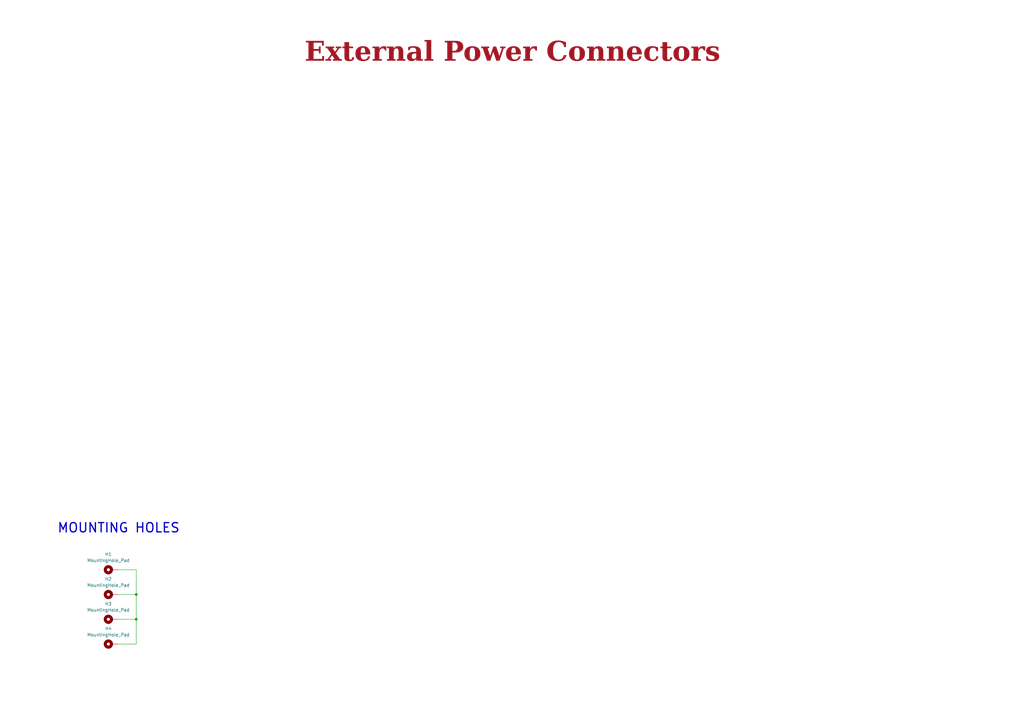
<source format=kicad_sch>
(kicad_sch (version 20250114) (generator "eeschema") (generator_version "9.0")
  (paper "A3")
  (title_block (title "External Power Connectors") (date "2026-02-05") (rev "1.0.0") (company "DvidMakesThings"))
  (lib_symbols
    (symbol "Mechanical:MountingHole_Pad" (pin_numbers (hide yes)) (pin_names (offset 1.016) (hide yes)) (in_bom no)
      (property "Reference" "H" (at 0 6.35 0))
      (property "Value" "MountingHole_Pad" (at 0 4.445 0))
      (symbol "MountingHole_Pad_0_1"
        (circle (center 0 1.27) (radius 1.27) (stroke (width 1.27)))
      )
      (symbol "MountingHole_Pad_1_1"
        (pin input line (at 0 -2.54 90) (length 2.54) (name "1") (number "1"))
      )
    )
  )
  (text "MOUNTING HOLES" (at 23.368 216.662 0) (effects (font (size 3.81 3.81) (thickness 0.508) (bold yes)) (justify left)))
  (text_box "External Power Connectors" (at 12.7 15.24 0) (size 394.97 12.7) (margins 5.9999 5.9999 5.9999 5.9999) (stroke (width -0.0001)) (effects (font (size 8 8) (thickness 1.2) (bold yes))))
  (junction (at 55.88 254))
  (junction (at 55.88 243.84))
  (wire (pts (xy 48.26 264.16) (xy 55.88 264.16)))
  (wire (pts (xy 48.26 243.84) (xy 55.88 243.84)))
  (wire (pts (xy 48.26 254) (xy 55.88 254)))
  (wire (pts (xy 55.88 254) (xy 55.88 264.16)))
  (wire (pts (xy 48.26 233.68) (xy 55.88 233.68)))
  (wire (pts (xy 55.88 233.68) (xy 55.88 243.84)))
  (wire (pts (xy 55.88 243.84) (xy 55.88 254)))
  (symbol (lib_id "Mechanical:MountingHole_Pad") (at 45.72 264.16 90) (unit 1) (in_bom no)
    (property "Reference" "H4" (at 44.45 257.81 90))
    (property "Value" "MountingHole_Pad" (at 44.45 260.35 90))
    (property "Footprint" "MountingHole:MountingHole_3.2mm_M3_Pad_Via" (effects (hide yes)))
    (property "Description" "Mounting Hole with connection" (effects (hide yes)))
  )
  (symbol (lib_id "Mechanical:MountingHole_Pad") (at 45.72 243.84 90) (unit 1) (in_bom no)
    (property "Reference" "H2" (at 44.45 237.49 90))
    (property "Value" "MountingHole_Pad" (at 44.45 240.03 90))
    (property "Footprint" "MountingHole:MountingHole_3.2mm_M3_Pad_Via" (effects (hide yes)))
    (property "Description" "Mounting Hole with connection" (effects (hide yes)))
  )
  (symbol (lib_id "Mechanical:MountingHole_Pad") (at 45.72 233.68 90) (unit 1) (in_bom no)
    (property "Reference" "H1" (at 44.45 227.33 90))
    (property "Value" "MountingHole_Pad" (at 44.45 229.87 90))
    (property "Footprint" "MountingHole:MountingHole_3.2mm_M3_Pad_Via" (effects (hide yes)))
    (property "Description" "Mounting Hole with connection" (effects (hide yes)))
  )
  (symbol (lib_id "Mechanical:MountingHole_Pad") (at 45.72 254 90) (unit 1) (in_bom no)
    (property "Reference" "H3" (at 44.45 247.65 90))
    (property "Value" "MountingHole_Pad" (at 44.45 250.19 90))
    (property "Footprint" "MountingHole:MountingHole_3.2mm_M3_Pad_Via" (effects (hide yes)))
    (property "Description" "Mounting Hole with connection" (effects (hide yes)))
  )
)
</source>
